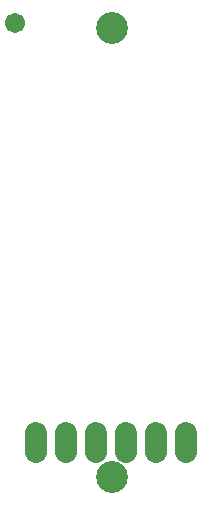
<source format=gbs>
G75*
G70*
%OFA0B0*%
%FSLAX24Y24*%
%IPPOS*%
%LPD*%
%AMOC8*
5,1,8,0,0,1.08239X$1,22.5*
%
%ADD10C,0.0720*%
%ADD11C,0.1064*%
%ADD12C,0.0671*%
D10*
X001552Y001977D02*
X001552Y002617D01*
X002552Y002617D02*
X002552Y001977D01*
X003552Y001977D02*
X003552Y002617D01*
X004552Y002617D02*
X004552Y001977D01*
X005552Y001977D02*
X005552Y002617D01*
X006552Y002617D02*
X006552Y001977D01*
D11*
X004072Y001157D03*
X004072Y016118D03*
D12*
X000843Y016275D03*
M02*

</source>
